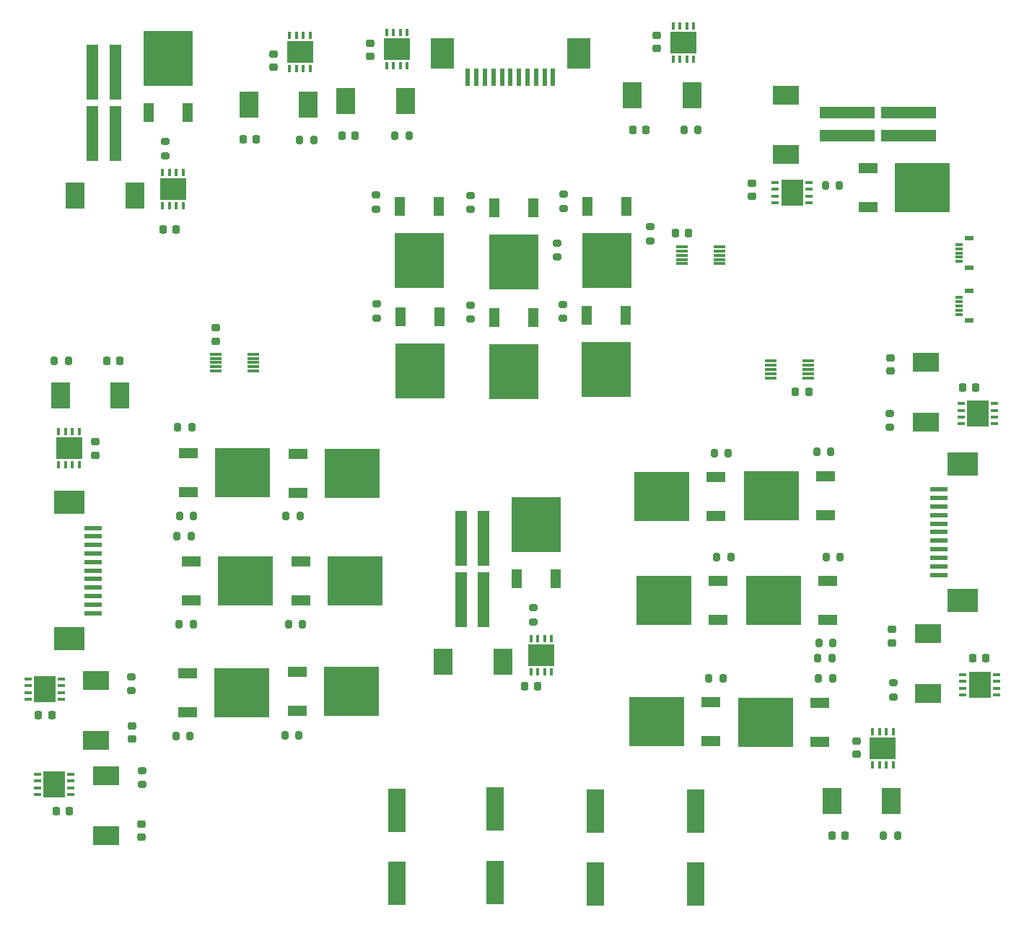
<source format=gbp>
%TF.GenerationSoftware,KiCad,Pcbnew,8.0.7*%
%TF.CreationDate,2025-01-21T13:47:33+01:00*%
%TF.ProjectId,motordriver,6d6f746f-7264-4726-9976-65722e6b6963,rev?*%
%TF.SameCoordinates,Original*%
%TF.FileFunction,Paste,Bot*%
%TF.FilePolarity,Positive*%
%FSLAX46Y46*%
G04 Gerber Fmt 4.6, Leading zero omitted, Abs format (unit mm)*
G04 Created by KiCad (PCBNEW 8.0.7) date 2025-01-21 13:47:33*
%MOMM*%
%LPD*%
G01*
G04 APERTURE LIST*
G04 Aperture macros list*
%AMRoundRect*
0 Rectangle with rounded corners*
0 $1 Rounding radius*
0 $2 $3 $4 $5 $6 $7 $8 $9 X,Y pos of 4 corners*
0 Add a 4 corners polygon primitive as box body*
4,1,4,$2,$3,$4,$5,$6,$7,$8,$9,$2,$3,0*
0 Add four circle primitives for the rounded corners*
1,1,$1+$1,$2,$3*
1,1,$1+$1,$4,$5*
1,1,$1+$1,$6,$7*
1,1,$1+$1,$8,$9*
0 Add four rect primitives between the rounded corners*
20,1,$1+$1,$2,$3,$4,$5,0*
20,1,$1+$1,$4,$5,$6,$7,0*
20,1,$1+$1,$6,$7,$8,$9,0*
20,1,$1+$1,$8,$9,$2,$3,0*%
G04 Aperture macros list end*
%ADD10R,0.350000X0.850000*%
%ADD11R,3.050000X2.650000*%
%ADD12RoundRect,0.200000X-0.275000X0.200000X-0.275000X-0.200000X0.275000X-0.200000X0.275000X0.200000X0*%
%ADD13RoundRect,0.200000X0.200000X0.275000X-0.200000X0.275000X-0.200000X-0.275000X0.200000X-0.275000X0*%
%ADD14RoundRect,0.225000X-0.250000X0.225000X-0.250000X-0.225000X0.250000X-0.225000X0.250000X0.225000X0*%
%ADD15R,1.450000X6.500000*%
%ADD16RoundRect,0.200000X0.275000X-0.200000X0.275000X0.200000X-0.275000X0.200000X-0.275000X-0.200000X0*%
%ADD17RoundRect,0.200000X-0.200000X-0.275000X0.200000X-0.275000X0.200000X0.275000X-0.200000X0.275000X0*%
%ADD18R,2.200000X1.200000*%
%ADD19R,6.400000X5.800000*%
%ADD20R,1.200000X2.200000*%
%ADD21R,5.800000X6.400000*%
%ADD22RoundRect,0.225000X0.225000X0.250000X-0.225000X0.250000X-0.225000X-0.250000X0.225000X-0.250000X0*%
%ADD23R,2.150000X5.100000*%
%ADD24R,3.150000X2.200000*%
%ADD25R,2.200000X3.150000*%
%ADD26R,0.850000X0.350000*%
%ADD27R,2.650000X3.050000*%
%ADD28RoundRect,0.225000X0.250000X-0.225000X0.250000X0.225000X-0.250000X0.225000X-0.250000X-0.225000X0*%
%ADD29R,0.900000X0.300000*%
%ADD30R,1.000000X0.520000*%
%ADD31R,1.400000X0.300000*%
%ADD32R,6.500000X1.450000*%
%ADD33RoundRect,0.225000X-0.225000X-0.250000X0.225000X-0.250000X0.225000X0.250000X-0.225000X0.250000X0*%
%ADD34R,2.000000X0.610000*%
%ADD35R,3.600000X2.680000*%
%ADD36R,0.610000X2.000000*%
%ADD37R,2.680000X3.600000*%
G04 APERTURE END LIST*
D10*
%TO.C,IC12*%
X103627501Y-84975000D03*
X102827501Y-84975000D03*
X102027501Y-84975000D03*
X101227501Y-84975000D03*
X101227501Y-81075000D03*
X102027501Y-81075000D03*
X102827501Y-81075000D03*
X103627501Y-81075000D03*
D11*
X102427501Y-83025000D03*
%TD*%
D12*
%TO.C,R108*%
X199127502Y-110575001D03*
X199127502Y-112225001D03*
%TD*%
D13*
%TO.C,R118*%
X192052501Y-105900000D03*
X190402501Y-105900000D03*
%TD*%
D14*
%TO.C,C9*%
X119627501Y-68925000D03*
X119627501Y-70475000D03*
%TD*%
D15*
%TO.C,R11*%
X105202501Y-38940000D03*
X107902501Y-38940000D03*
%TD*%
D14*
%TO.C,C2*%
X126427501Y-36825001D03*
X126427501Y-38375001D03*
%TD*%
D16*
%TO.C,R10*%
X160427501Y-54900000D03*
X160427501Y-53250000D03*
%TD*%
D12*
%TO.C,R9*%
X113727501Y-47075000D03*
X113727501Y-48725000D03*
%TD*%
D17*
%TO.C,R110*%
X191277501Y-95800000D03*
X192927501Y-95800000D03*
%TD*%
D18*
%TO.C,Q19*%
X116792501Y-100890000D03*
D19*
X123142501Y-98600000D03*
D18*
X116792501Y-96310000D03*
%TD*%
D13*
%TO.C,R88*%
X117037501Y-91000000D03*
X115387501Y-91000000D03*
%TD*%
D17*
%TO.C,R4*%
X140677501Y-46400000D03*
X142327501Y-46400000D03*
%TD*%
D14*
%TO.C,C7*%
X171427501Y-34625000D03*
X171427501Y-36175000D03*
%TD*%
D17*
%TO.C,R86*%
X127902501Y-91000000D03*
X129552501Y-91000000D03*
%TD*%
D20*
%TO.C,Q5*%
X152347501Y-54835000D03*
D21*
X154637501Y-61185000D03*
D20*
X156927501Y-54835000D03*
%TD*%
D22*
%TO.C,C4*%
X136002501Y-46400000D03*
X134452501Y-46400000D03*
%TD*%
D18*
%TO.C,Q26*%
X191477501Y-98610000D03*
D19*
X185127501Y-100900000D03*
D18*
X191477501Y-103190000D03*
%TD*%
%TO.C,Q27*%
X178307501Y-86430000D03*
D19*
X171957501Y-88720000D03*
D18*
X178307501Y-91010000D03*
%TD*%
D23*
%TO.C,C8*%
X152427501Y-125400000D03*
X152427501Y-134000000D03*
%TD*%
D22*
%TO.C,C120*%
X189227501Y-76400000D03*
X187677501Y-76400000D03*
%TD*%
D24*
%TO.C,D78*%
X203227501Y-104800001D03*
X203227501Y-111800001D03*
%TD*%
D25*
%TO.C,D2*%
X134902501Y-42300000D03*
X141902501Y-42300000D03*
%TD*%
D26*
%TO.C,IC14*%
X211027500Y-77800000D03*
X211027500Y-78600000D03*
X211027500Y-79400000D03*
X211027500Y-80200000D03*
X207127500Y-80200000D03*
X207127500Y-79400000D03*
X207127500Y-78600000D03*
X207127500Y-77800000D03*
D27*
X209077500Y-79000000D03*
%TD*%
D22*
%TO.C,C6*%
X170102501Y-45700000D03*
X168552501Y-45700000D03*
%TD*%
D18*
%TO.C,Q22*%
X196227501Y-54780000D03*
D19*
X202577501Y-52490000D03*
D18*
X196227501Y-50200000D03*
%TD*%
D13*
%TO.C,R81*%
X116607501Y-116810000D03*
X114957501Y-116810000D03*
%TD*%
D25*
%TO.C,D58*%
X146362501Y-108090000D03*
X153362501Y-108090000D03*
%TD*%
D22*
%TO.C,C3*%
X115037501Y-57350000D03*
X113487501Y-57350000D03*
%TD*%
D28*
%TO.C,C151*%
X182562501Y-53490000D03*
X182562501Y-51940000D03*
%TD*%
D13*
%TO.C,R113*%
X192837501Y-52180000D03*
X191187501Y-52180000D03*
%TD*%
D17*
%TO.C,R92*%
X115102501Y-93400000D03*
X116752501Y-93400000D03*
%TD*%
D12*
%TO.C,R2*%
X138537501Y-66135000D03*
X138537501Y-67785000D03*
%TD*%
D18*
%TO.C,Q25*%
X178612501Y-98610000D03*
D19*
X172262501Y-100900000D03*
D18*
X178612501Y-103190000D03*
%TD*%
D12*
%TO.C,R13*%
X170627501Y-57075000D03*
X170627501Y-58725000D03*
%TD*%
D22*
%TO.C,C150*%
X208802500Y-75900000D03*
X207252500Y-75900000D03*
%TD*%
D18*
%TO.C,Q18*%
X129657501Y-100890000D03*
D19*
X136007501Y-98600000D03*
D18*
X129657501Y-96310000D03*
%TD*%
D15*
%TO.C,R12*%
X105202501Y-46140000D03*
X107902501Y-46140000D03*
%TD*%
D14*
%TO.C,C112*%
X110927501Y-127125000D03*
X110927501Y-128675000D03*
%TD*%
D29*
%TO.C,J2*%
X206827501Y-59140000D03*
X206827501Y-59640000D03*
X206827501Y-60140000D03*
X206827501Y-60640000D03*
X206827501Y-61140000D03*
D30*
X208027501Y-58400000D03*
X208027501Y-61880000D03*
%TD*%
D18*
%TO.C,Q20*%
X129227501Y-113900000D03*
D19*
X135577501Y-111610000D03*
D18*
X129227501Y-109320000D03*
%TD*%
D25*
%TO.C,D57*%
X108427501Y-76875000D03*
X101427501Y-76875000D03*
%TD*%
D10*
%TO.C,IC1*%
X128327501Y-34600001D03*
X129127501Y-34600001D03*
X129927501Y-34600001D03*
X130727501Y-34600001D03*
X130727501Y-38500001D03*
X129927501Y-38500001D03*
X129127501Y-38500001D03*
X128327501Y-38500001D03*
D11*
X129527501Y-36550001D03*
%TD*%
D17*
%TO.C,R107*%
X190182501Y-83500000D03*
X191832501Y-83500000D03*
%TD*%
%TO.C,R80*%
X127762501Y-116710000D03*
X129412501Y-116710000D03*
%TD*%
D20*
%TO.C,Q6*%
X141347501Y-67600000D03*
D21*
X143637501Y-73950000D03*
D20*
X145927501Y-67600000D03*
%TD*%
D17*
%TO.C,R111*%
X197977501Y-128500000D03*
X199627501Y-128500000D03*
%TD*%
D25*
%TO.C,D79*%
X191927501Y-124400000D03*
X198927501Y-124400000D03*
%TD*%
D16*
%TO.C,R82*%
X109727501Y-111525000D03*
X109727501Y-109875000D03*
%TD*%
D31*
%TO.C,IC13*%
X124027501Y-72000000D03*
X124027501Y-72500000D03*
X124027501Y-73000000D03*
X124027501Y-73500000D03*
X124027501Y-74000000D03*
X119627501Y-74000000D03*
X119627501Y-73500000D03*
X119627501Y-73000000D03*
X119627501Y-72500000D03*
X119627501Y-72000000D03*
%TD*%
D23*
%TO.C,C156*%
X175927501Y-125600000D03*
X175927501Y-134200000D03*
%TD*%
D26*
%TO.C,IC10*%
X97627501Y-112500000D03*
X97627501Y-111700000D03*
X97627501Y-110900000D03*
X97627501Y-110100000D03*
X101527501Y-110100000D03*
X101527501Y-110900000D03*
X101527501Y-111700000D03*
X101527501Y-112500000D03*
D27*
X99577501Y-111300000D03*
%TD*%
D26*
%TO.C,IC16*%
X185312501Y-54280000D03*
X185312501Y-53480000D03*
X185312501Y-52680000D03*
X185312501Y-51880000D03*
X189212501Y-51880000D03*
X189212501Y-52680000D03*
X189212501Y-53480000D03*
X189212501Y-54280000D03*
D27*
X187262501Y-53080000D03*
%TD*%
D20*
%TO.C,Q4*%
X152347501Y-67700000D03*
D21*
X154637501Y-74050000D03*
D20*
X156927501Y-67700000D03*
%TD*%
D10*
%TO.C,IC3*%
X115827501Y-54600000D03*
X115027501Y-54600000D03*
X114227501Y-54600000D03*
X113427501Y-54600000D03*
X113427501Y-50700000D03*
X114227501Y-50700000D03*
X115027501Y-50700000D03*
X115827501Y-50700000D03*
D11*
X114627501Y-52650000D03*
%TD*%
D25*
%TO.C,D3*%
X168527501Y-41600000D03*
X175527501Y-41600000D03*
%TD*%
D31*
%TO.C,IC5*%
X178727501Y-59400000D03*
X178727501Y-59900000D03*
X178727501Y-60400000D03*
X178727501Y-60900000D03*
X178727501Y-61400000D03*
X174327501Y-61400000D03*
X174327501Y-60900000D03*
X174327501Y-60400000D03*
X174327501Y-59900000D03*
X174327501Y-59400000D03*
%TD*%
D20*
%TO.C,Q2*%
X163147501Y-67500000D03*
D21*
X165437501Y-73850000D03*
D20*
X167727501Y-67500000D03*
%TD*%
D22*
%TO.C,C157*%
X175102501Y-57800000D03*
X173552501Y-57800000D03*
%TD*%
D32*
%TO.C,R116*%
X193772501Y-43655000D03*
X193772501Y-46355000D03*
%TD*%
D33*
%TO.C,C117*%
X106852501Y-72775000D03*
X108402501Y-72775000D03*
%TD*%
D34*
%TO.C,J6*%
X105227501Y-102400000D03*
X105227501Y-101400000D03*
X105227501Y-100400000D03*
X105227501Y-99400000D03*
X105227501Y-98400000D03*
X105227501Y-97400000D03*
X105227501Y-96400000D03*
X105227501Y-95400000D03*
X105227501Y-94400000D03*
X105227501Y-93400000D03*
X105227501Y-92400000D03*
D35*
X102427501Y-105390000D03*
X102427501Y-89410000D03*
%TD*%
D13*
%TO.C,R106*%
X179772501Y-83620000D03*
X178122501Y-83620000D03*
%TD*%
D18*
%TO.C,Q23*%
X177697501Y-112850000D03*
D19*
X171347501Y-115140000D03*
D18*
X177697501Y-117430000D03*
%TD*%
D15*
%TO.C,R90*%
X148402501Y-100840000D03*
X151102501Y-100840000D03*
%TD*%
D29*
%TO.C,J1*%
X206827501Y-65340000D03*
X206827501Y-65840000D03*
X206827501Y-66340000D03*
X206827501Y-66840000D03*
X206827501Y-67340000D03*
D30*
X208027501Y-64600000D03*
X208027501Y-68080000D03*
%TD*%
D13*
%TO.C,R84*%
X116992501Y-103700000D03*
X115342501Y-103700000D03*
%TD*%
D10*
%TO.C,IC4*%
X173327501Y-33500000D03*
X174127501Y-33500000D03*
X174927501Y-33500000D03*
X175727501Y-33500000D03*
X175727501Y-37400000D03*
X174927501Y-37400000D03*
X174127501Y-37400000D03*
X173327501Y-37400000D03*
D11*
X174527501Y-35450000D03*
%TD*%
D18*
%TO.C,Q24*%
X190562501Y-112920000D03*
D19*
X184212501Y-115210000D03*
D18*
X190562501Y-117500000D03*
%TD*%
D32*
%TO.C,R115*%
X200972501Y-43655000D03*
X200972501Y-46355000D03*
%TD*%
D12*
%TO.C,R5*%
X149537501Y-66235000D03*
X149537501Y-67885000D03*
%TD*%
D20*
%TO.C,Q7*%
X141247501Y-54700000D03*
D21*
X143537501Y-61050000D03*
D20*
X145827501Y-54700000D03*
%TD*%
D25*
%TO.C,D1*%
X123527501Y-42700000D03*
X130527501Y-42700000D03*
%TD*%
D26*
%TO.C,IC9*%
X98727501Y-123700000D03*
X98727501Y-122900000D03*
X98727501Y-122100000D03*
X98727501Y-121300000D03*
X102627501Y-121300000D03*
X102627501Y-122100000D03*
X102627501Y-122900000D03*
X102627501Y-123700000D03*
D27*
X100677501Y-122500000D03*
%TD*%
D28*
%TO.C,C152*%
X199027501Y-105875000D03*
X199027501Y-104325000D03*
%TD*%
D10*
%TO.C,IC11*%
X159027501Y-109300000D03*
X158227501Y-109300000D03*
X157427501Y-109300000D03*
X156627501Y-109300000D03*
X156627501Y-105400000D03*
X157427501Y-105400000D03*
X158227501Y-105400000D03*
X159027501Y-105400000D03*
D11*
X157827501Y-107350000D03*
%TD*%
D17*
%TO.C,R114*%
X190362501Y-110010000D03*
X192012501Y-110010000D03*
%TD*%
D13*
%TO.C,R117*%
X191952501Y-107700000D03*
X190302501Y-107700000D03*
%TD*%
D23*
%TO.C,C38*%
X140927501Y-125500000D03*
X140927501Y-134100000D03*
%TD*%
D22*
%TO.C,C1*%
X124402501Y-46800000D03*
X122852501Y-46800000D03*
%TD*%
D33*
%TO.C,C113*%
X100952501Y-125600000D03*
X102502501Y-125600000D03*
%TD*%
D16*
%TO.C,R79*%
X111027501Y-122525000D03*
X111027501Y-120875000D03*
%TD*%
D31*
%TO.C,IC18*%
X184727501Y-74800000D03*
X184727501Y-74300000D03*
X184727501Y-73800000D03*
X184727501Y-73300000D03*
X184727501Y-72800000D03*
X189127501Y-72800000D03*
X189127501Y-73300000D03*
X189127501Y-73800000D03*
X189127501Y-74300000D03*
X189127501Y-74800000D03*
%TD*%
D16*
%TO.C,R6*%
X149537501Y-55035000D03*
X149537501Y-53385000D03*
%TD*%
D22*
%TO.C,C114*%
X157402501Y-111000000D03*
X155852501Y-111000000D03*
%TD*%
D10*
%TO.C,IC2*%
X139702500Y-34300000D03*
X140502500Y-34300000D03*
X141302500Y-34300000D03*
X142102500Y-34300000D03*
X142102500Y-38200000D03*
X141302500Y-38200000D03*
X140502500Y-38200000D03*
X139702500Y-38200000D03*
D11*
X140902500Y-36250000D03*
%TD*%
D22*
%TO.C,C154*%
X193502501Y-128500000D03*
X191952501Y-128500000D03*
%TD*%
D16*
%TO.C,R3*%
X138437501Y-54980000D03*
X138437501Y-53330000D03*
%TD*%
D24*
%TO.C,D80*%
X186522501Y-41615000D03*
X186522501Y-48615000D03*
%TD*%
%TO.C,D56*%
X105627501Y-117300000D03*
X105627501Y-110300000D03*
%TD*%
D34*
%TO.C,J5*%
X204527501Y-87900000D03*
X204527501Y-88900000D03*
X204527501Y-89900000D03*
X204527501Y-90900000D03*
X204527501Y-91900000D03*
X204527501Y-92900000D03*
X204527501Y-93900000D03*
X204527501Y-94900000D03*
X204527501Y-95900000D03*
X204527501Y-96900000D03*
X204527501Y-97900000D03*
D35*
X207327501Y-84910000D03*
X207327501Y-100890000D03*
%TD*%
D17*
%TO.C,R7*%
X174577501Y-45700000D03*
X176227501Y-45700000D03*
%TD*%
D24*
%TO.C,D55*%
X106827501Y-128500000D03*
X106827501Y-121500000D03*
%TD*%
D28*
%TO.C,C149*%
X198827501Y-73975000D03*
X198827501Y-72425000D03*
%TD*%
D12*
%TO.C,R87*%
X156927501Y-101775000D03*
X156927501Y-103425000D03*
%TD*%
%TO.C,R105*%
X198727501Y-78975000D03*
X198727501Y-80625000D03*
%TD*%
D13*
%TO.C,R112*%
X179137501Y-110010000D03*
X177487501Y-110010000D03*
%TD*%
D18*
%TO.C,Q16*%
X129342501Y-88260000D03*
D19*
X135692501Y-85970000D03*
D18*
X129342501Y-83680000D03*
%TD*%
D15*
%TO.C,R89*%
X148402501Y-93640000D03*
X151102501Y-93640000D03*
%TD*%
D10*
%TO.C,IC17*%
X196727501Y-116299999D03*
X197527501Y-116299999D03*
X198327501Y-116299999D03*
X199127501Y-116299999D03*
X199127501Y-120199999D03*
X198327501Y-120199999D03*
X197527501Y-120199999D03*
X196727501Y-120199999D03*
D11*
X197927501Y-118249999D03*
%TD*%
D36*
%TO.C,J7*%
X149227501Y-39500000D03*
X150227501Y-39500000D03*
X151227501Y-39500000D03*
X152227501Y-39500000D03*
X153227501Y-39500000D03*
X154227501Y-39500000D03*
X155227501Y-39500000D03*
X156227501Y-39500000D03*
X157227501Y-39500000D03*
X158227501Y-39500000D03*
X159227501Y-39500000D03*
D37*
X146237501Y-36700000D03*
X162217501Y-36700000D03*
%TD*%
D12*
%TO.C,R8*%
X160407501Y-66185000D03*
X160407501Y-67835000D03*
%TD*%
D22*
%TO.C,C153*%
X210002501Y-107700001D03*
X208452501Y-107700001D03*
%TD*%
D20*
%TO.C,Q15*%
X159527501Y-98385000D03*
D21*
X157237501Y-92035000D03*
D20*
X154947501Y-98385000D03*
%TD*%
%TO.C,Q3*%
X163217501Y-54635000D03*
D21*
X165507501Y-60985000D03*
D20*
X167797501Y-54635000D03*
%TD*%
D24*
%TO.C,D77*%
X202927501Y-73000000D03*
X202927501Y-80000000D03*
%TD*%
D17*
%TO.C,R91*%
X115202501Y-80600000D03*
X116852501Y-80600000D03*
%TD*%
%TO.C,R1*%
X129502501Y-46900000D03*
X131152501Y-46900000D03*
%TD*%
D18*
%TO.C,Q17*%
X116477501Y-88190000D03*
D19*
X122827501Y-85900000D03*
D18*
X116477501Y-83610000D03*
%TD*%
D14*
%TO.C,C155*%
X194827501Y-117424999D03*
X194827501Y-118974999D03*
%TD*%
D20*
%TO.C,Q1*%
X116327501Y-43685000D03*
D21*
X114037501Y-37335000D03*
D20*
X111747501Y-43685000D03*
%TD*%
D14*
%TO.C,C115*%
X109827501Y-115650000D03*
X109827501Y-117200000D03*
%TD*%
D13*
%TO.C,R85*%
X102377501Y-72775000D03*
X100727501Y-72775000D03*
%TD*%
D14*
%TO.C,C5*%
X137802501Y-35525000D03*
X137802501Y-37075000D03*
%TD*%
D25*
%TO.C,D4*%
X103162501Y-53390000D03*
X110162501Y-53390000D03*
%TD*%
D23*
%TO.C,C119*%
X164227501Y-125600000D03*
X164227501Y-134200000D03*
%TD*%
D13*
%TO.C,R109*%
X180077501Y-95800000D03*
X178427501Y-95800000D03*
%TD*%
D26*
%TO.C,IC15*%
X211227501Y-109600000D03*
X211227501Y-110400000D03*
X211227501Y-111200000D03*
X211227501Y-112000000D03*
X207327501Y-112000000D03*
X207327501Y-111200000D03*
X207327501Y-110400000D03*
X207327501Y-109600000D03*
D27*
X209277501Y-110800000D03*
%TD*%
D28*
%TO.C,C118*%
X105527501Y-83850000D03*
X105527501Y-82300000D03*
%TD*%
D12*
%TO.C,R14*%
X159727501Y-58975000D03*
X159727501Y-60625000D03*
%TD*%
D18*
%TO.C,Q28*%
X191207501Y-86330000D03*
D19*
X184857501Y-88620000D03*
D18*
X191207501Y-90910000D03*
%TD*%
D33*
%TO.C,C116*%
X98852501Y-114400000D03*
X100402501Y-114400000D03*
%TD*%
D18*
%TO.C,Q21*%
X116327501Y-114000000D03*
D19*
X122677501Y-111710000D03*
D18*
X116327501Y-109420000D03*
%TD*%
D17*
%TO.C,R83*%
X128192501Y-103700000D03*
X129842501Y-103700000D03*
%TD*%
M02*

</source>
